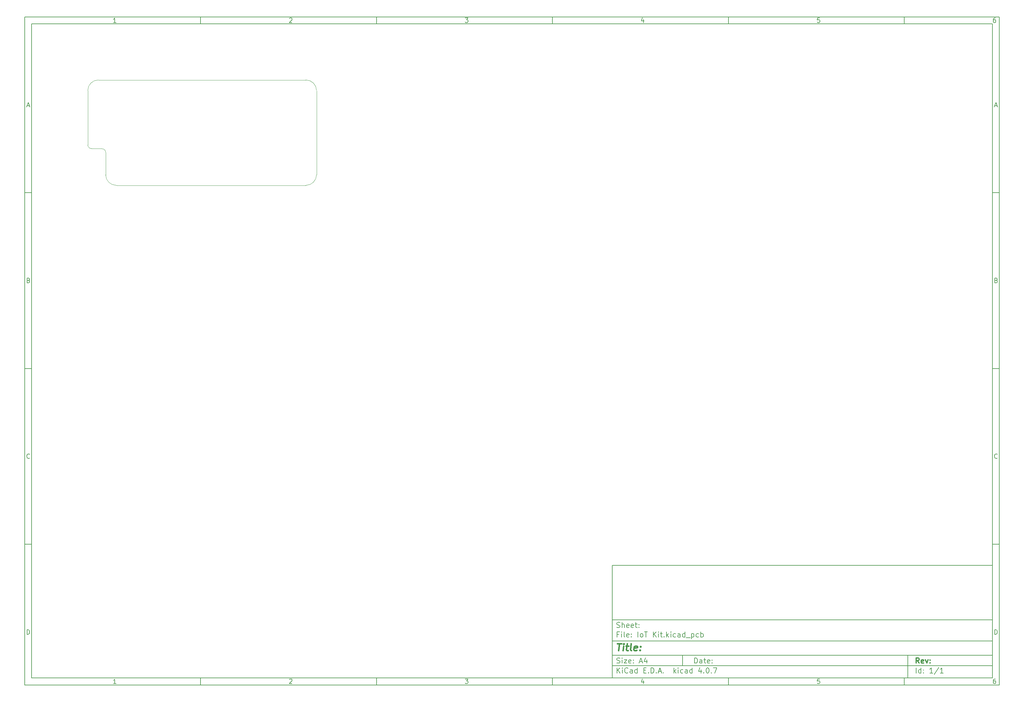
<source format=gbr>
G04 #@! TF.FileFunction,Glue,Bot*
%FSLAX46Y46*%
G04 Gerber Fmt 4.6, Leading zero omitted, Abs format (unit mm)*
G04 Created by KiCad (PCBNEW 4.0.7) date Thursday 07 December 2017 'o51' 11:51:57*
%MOMM*%
%LPD*%
G01*
G04 APERTURE LIST*
%ADD10C,0.100000*%
%ADD11C,0.150000*%
%ADD12C,0.300000*%
%ADD13C,0.400000*%
G04 APERTURE END LIST*
D10*
D11*
X177002200Y-166007200D02*
X177002200Y-198007200D01*
X285002200Y-198007200D01*
X285002200Y-166007200D01*
X177002200Y-166007200D01*
D10*
D11*
X10000000Y-10000000D02*
X10000000Y-200007200D01*
X287002200Y-200007200D01*
X287002200Y-10000000D01*
X10000000Y-10000000D01*
D10*
D11*
X12000000Y-12000000D02*
X12000000Y-198007200D01*
X285002200Y-198007200D01*
X285002200Y-12000000D01*
X12000000Y-12000000D01*
D10*
D11*
X60000000Y-12000000D02*
X60000000Y-10000000D01*
D10*
D11*
X110000000Y-12000000D02*
X110000000Y-10000000D01*
D10*
D11*
X160000000Y-12000000D02*
X160000000Y-10000000D01*
D10*
D11*
X210000000Y-12000000D02*
X210000000Y-10000000D01*
D10*
D11*
X260000000Y-12000000D02*
X260000000Y-10000000D01*
D10*
D11*
X35990476Y-11588095D02*
X35247619Y-11588095D01*
X35619048Y-11588095D02*
X35619048Y-10288095D01*
X35495238Y-10473810D01*
X35371429Y-10597619D01*
X35247619Y-10659524D01*
D10*
D11*
X85247619Y-10411905D02*
X85309524Y-10350000D01*
X85433333Y-10288095D01*
X85742857Y-10288095D01*
X85866667Y-10350000D01*
X85928571Y-10411905D01*
X85990476Y-10535714D01*
X85990476Y-10659524D01*
X85928571Y-10845238D01*
X85185714Y-11588095D01*
X85990476Y-11588095D01*
D10*
D11*
X135185714Y-10288095D02*
X135990476Y-10288095D01*
X135557143Y-10783333D01*
X135742857Y-10783333D01*
X135866667Y-10845238D01*
X135928571Y-10907143D01*
X135990476Y-11030952D01*
X135990476Y-11340476D01*
X135928571Y-11464286D01*
X135866667Y-11526190D01*
X135742857Y-11588095D01*
X135371429Y-11588095D01*
X135247619Y-11526190D01*
X135185714Y-11464286D01*
D10*
D11*
X185866667Y-10721429D02*
X185866667Y-11588095D01*
X185557143Y-10226190D02*
X185247619Y-11154762D01*
X186052381Y-11154762D01*
D10*
D11*
X235928571Y-10288095D02*
X235309524Y-10288095D01*
X235247619Y-10907143D01*
X235309524Y-10845238D01*
X235433333Y-10783333D01*
X235742857Y-10783333D01*
X235866667Y-10845238D01*
X235928571Y-10907143D01*
X235990476Y-11030952D01*
X235990476Y-11340476D01*
X235928571Y-11464286D01*
X235866667Y-11526190D01*
X235742857Y-11588095D01*
X235433333Y-11588095D01*
X235309524Y-11526190D01*
X235247619Y-11464286D01*
D10*
D11*
X285866667Y-10288095D02*
X285619048Y-10288095D01*
X285495238Y-10350000D01*
X285433333Y-10411905D01*
X285309524Y-10597619D01*
X285247619Y-10845238D01*
X285247619Y-11340476D01*
X285309524Y-11464286D01*
X285371429Y-11526190D01*
X285495238Y-11588095D01*
X285742857Y-11588095D01*
X285866667Y-11526190D01*
X285928571Y-11464286D01*
X285990476Y-11340476D01*
X285990476Y-11030952D01*
X285928571Y-10907143D01*
X285866667Y-10845238D01*
X285742857Y-10783333D01*
X285495238Y-10783333D01*
X285371429Y-10845238D01*
X285309524Y-10907143D01*
X285247619Y-11030952D01*
D10*
D11*
X60000000Y-198007200D02*
X60000000Y-200007200D01*
D10*
D11*
X110000000Y-198007200D02*
X110000000Y-200007200D01*
D10*
D11*
X160000000Y-198007200D02*
X160000000Y-200007200D01*
D10*
D11*
X210000000Y-198007200D02*
X210000000Y-200007200D01*
D10*
D11*
X260000000Y-198007200D02*
X260000000Y-200007200D01*
D10*
D11*
X35990476Y-199595295D02*
X35247619Y-199595295D01*
X35619048Y-199595295D02*
X35619048Y-198295295D01*
X35495238Y-198481010D01*
X35371429Y-198604819D01*
X35247619Y-198666724D01*
D10*
D11*
X85247619Y-198419105D02*
X85309524Y-198357200D01*
X85433333Y-198295295D01*
X85742857Y-198295295D01*
X85866667Y-198357200D01*
X85928571Y-198419105D01*
X85990476Y-198542914D01*
X85990476Y-198666724D01*
X85928571Y-198852438D01*
X85185714Y-199595295D01*
X85990476Y-199595295D01*
D10*
D11*
X135185714Y-198295295D02*
X135990476Y-198295295D01*
X135557143Y-198790533D01*
X135742857Y-198790533D01*
X135866667Y-198852438D01*
X135928571Y-198914343D01*
X135990476Y-199038152D01*
X135990476Y-199347676D01*
X135928571Y-199471486D01*
X135866667Y-199533390D01*
X135742857Y-199595295D01*
X135371429Y-199595295D01*
X135247619Y-199533390D01*
X135185714Y-199471486D01*
D10*
D11*
X185866667Y-198728629D02*
X185866667Y-199595295D01*
X185557143Y-198233390D02*
X185247619Y-199161962D01*
X186052381Y-199161962D01*
D10*
D11*
X235928571Y-198295295D02*
X235309524Y-198295295D01*
X235247619Y-198914343D01*
X235309524Y-198852438D01*
X235433333Y-198790533D01*
X235742857Y-198790533D01*
X235866667Y-198852438D01*
X235928571Y-198914343D01*
X235990476Y-199038152D01*
X235990476Y-199347676D01*
X235928571Y-199471486D01*
X235866667Y-199533390D01*
X235742857Y-199595295D01*
X235433333Y-199595295D01*
X235309524Y-199533390D01*
X235247619Y-199471486D01*
D10*
D11*
X285866667Y-198295295D02*
X285619048Y-198295295D01*
X285495238Y-198357200D01*
X285433333Y-198419105D01*
X285309524Y-198604819D01*
X285247619Y-198852438D01*
X285247619Y-199347676D01*
X285309524Y-199471486D01*
X285371429Y-199533390D01*
X285495238Y-199595295D01*
X285742857Y-199595295D01*
X285866667Y-199533390D01*
X285928571Y-199471486D01*
X285990476Y-199347676D01*
X285990476Y-199038152D01*
X285928571Y-198914343D01*
X285866667Y-198852438D01*
X285742857Y-198790533D01*
X285495238Y-198790533D01*
X285371429Y-198852438D01*
X285309524Y-198914343D01*
X285247619Y-199038152D01*
D10*
D11*
X10000000Y-60000000D02*
X12000000Y-60000000D01*
D10*
D11*
X10000000Y-110000000D02*
X12000000Y-110000000D01*
D10*
D11*
X10000000Y-160000000D02*
X12000000Y-160000000D01*
D10*
D11*
X10690476Y-35216667D02*
X11309524Y-35216667D01*
X10566667Y-35588095D02*
X11000000Y-34288095D01*
X11433333Y-35588095D01*
D10*
D11*
X11092857Y-84907143D02*
X11278571Y-84969048D01*
X11340476Y-85030952D01*
X11402381Y-85154762D01*
X11402381Y-85340476D01*
X11340476Y-85464286D01*
X11278571Y-85526190D01*
X11154762Y-85588095D01*
X10659524Y-85588095D01*
X10659524Y-84288095D01*
X11092857Y-84288095D01*
X11216667Y-84350000D01*
X11278571Y-84411905D01*
X11340476Y-84535714D01*
X11340476Y-84659524D01*
X11278571Y-84783333D01*
X11216667Y-84845238D01*
X11092857Y-84907143D01*
X10659524Y-84907143D01*
D10*
D11*
X11402381Y-135464286D02*
X11340476Y-135526190D01*
X11154762Y-135588095D01*
X11030952Y-135588095D01*
X10845238Y-135526190D01*
X10721429Y-135402381D01*
X10659524Y-135278571D01*
X10597619Y-135030952D01*
X10597619Y-134845238D01*
X10659524Y-134597619D01*
X10721429Y-134473810D01*
X10845238Y-134350000D01*
X11030952Y-134288095D01*
X11154762Y-134288095D01*
X11340476Y-134350000D01*
X11402381Y-134411905D01*
D10*
D11*
X10659524Y-185588095D02*
X10659524Y-184288095D01*
X10969048Y-184288095D01*
X11154762Y-184350000D01*
X11278571Y-184473810D01*
X11340476Y-184597619D01*
X11402381Y-184845238D01*
X11402381Y-185030952D01*
X11340476Y-185278571D01*
X11278571Y-185402381D01*
X11154762Y-185526190D01*
X10969048Y-185588095D01*
X10659524Y-185588095D01*
D10*
D11*
X287002200Y-60000000D02*
X285002200Y-60000000D01*
D10*
D11*
X287002200Y-110000000D02*
X285002200Y-110000000D01*
D10*
D11*
X287002200Y-160000000D02*
X285002200Y-160000000D01*
D10*
D11*
X285692676Y-35216667D02*
X286311724Y-35216667D01*
X285568867Y-35588095D02*
X286002200Y-34288095D01*
X286435533Y-35588095D01*
D10*
D11*
X286095057Y-84907143D02*
X286280771Y-84969048D01*
X286342676Y-85030952D01*
X286404581Y-85154762D01*
X286404581Y-85340476D01*
X286342676Y-85464286D01*
X286280771Y-85526190D01*
X286156962Y-85588095D01*
X285661724Y-85588095D01*
X285661724Y-84288095D01*
X286095057Y-84288095D01*
X286218867Y-84350000D01*
X286280771Y-84411905D01*
X286342676Y-84535714D01*
X286342676Y-84659524D01*
X286280771Y-84783333D01*
X286218867Y-84845238D01*
X286095057Y-84907143D01*
X285661724Y-84907143D01*
D10*
D11*
X286404581Y-135464286D02*
X286342676Y-135526190D01*
X286156962Y-135588095D01*
X286033152Y-135588095D01*
X285847438Y-135526190D01*
X285723629Y-135402381D01*
X285661724Y-135278571D01*
X285599819Y-135030952D01*
X285599819Y-134845238D01*
X285661724Y-134597619D01*
X285723629Y-134473810D01*
X285847438Y-134350000D01*
X286033152Y-134288095D01*
X286156962Y-134288095D01*
X286342676Y-134350000D01*
X286404581Y-134411905D01*
D10*
D11*
X285661724Y-185588095D02*
X285661724Y-184288095D01*
X285971248Y-184288095D01*
X286156962Y-184350000D01*
X286280771Y-184473810D01*
X286342676Y-184597619D01*
X286404581Y-184845238D01*
X286404581Y-185030952D01*
X286342676Y-185278571D01*
X286280771Y-185402381D01*
X286156962Y-185526190D01*
X285971248Y-185588095D01*
X285661724Y-185588095D01*
D10*
D11*
X200359343Y-193785771D02*
X200359343Y-192285771D01*
X200716486Y-192285771D01*
X200930771Y-192357200D01*
X201073629Y-192500057D01*
X201145057Y-192642914D01*
X201216486Y-192928629D01*
X201216486Y-193142914D01*
X201145057Y-193428629D01*
X201073629Y-193571486D01*
X200930771Y-193714343D01*
X200716486Y-193785771D01*
X200359343Y-193785771D01*
X202502200Y-193785771D02*
X202502200Y-193000057D01*
X202430771Y-192857200D01*
X202287914Y-192785771D01*
X202002200Y-192785771D01*
X201859343Y-192857200D01*
X202502200Y-193714343D02*
X202359343Y-193785771D01*
X202002200Y-193785771D01*
X201859343Y-193714343D01*
X201787914Y-193571486D01*
X201787914Y-193428629D01*
X201859343Y-193285771D01*
X202002200Y-193214343D01*
X202359343Y-193214343D01*
X202502200Y-193142914D01*
X203002200Y-192785771D02*
X203573629Y-192785771D01*
X203216486Y-192285771D02*
X203216486Y-193571486D01*
X203287914Y-193714343D01*
X203430772Y-193785771D01*
X203573629Y-193785771D01*
X204645057Y-193714343D02*
X204502200Y-193785771D01*
X204216486Y-193785771D01*
X204073629Y-193714343D01*
X204002200Y-193571486D01*
X204002200Y-193000057D01*
X204073629Y-192857200D01*
X204216486Y-192785771D01*
X204502200Y-192785771D01*
X204645057Y-192857200D01*
X204716486Y-193000057D01*
X204716486Y-193142914D01*
X204002200Y-193285771D01*
X205359343Y-193642914D02*
X205430771Y-193714343D01*
X205359343Y-193785771D01*
X205287914Y-193714343D01*
X205359343Y-193642914D01*
X205359343Y-193785771D01*
X205359343Y-192857200D02*
X205430771Y-192928629D01*
X205359343Y-193000057D01*
X205287914Y-192928629D01*
X205359343Y-192857200D01*
X205359343Y-193000057D01*
D10*
D11*
X177002200Y-194507200D02*
X285002200Y-194507200D01*
D10*
D11*
X178359343Y-196585771D02*
X178359343Y-195085771D01*
X179216486Y-196585771D02*
X178573629Y-195728629D01*
X179216486Y-195085771D02*
X178359343Y-195942914D01*
X179859343Y-196585771D02*
X179859343Y-195585771D01*
X179859343Y-195085771D02*
X179787914Y-195157200D01*
X179859343Y-195228629D01*
X179930771Y-195157200D01*
X179859343Y-195085771D01*
X179859343Y-195228629D01*
X181430772Y-196442914D02*
X181359343Y-196514343D01*
X181145057Y-196585771D01*
X181002200Y-196585771D01*
X180787915Y-196514343D01*
X180645057Y-196371486D01*
X180573629Y-196228629D01*
X180502200Y-195942914D01*
X180502200Y-195728629D01*
X180573629Y-195442914D01*
X180645057Y-195300057D01*
X180787915Y-195157200D01*
X181002200Y-195085771D01*
X181145057Y-195085771D01*
X181359343Y-195157200D01*
X181430772Y-195228629D01*
X182716486Y-196585771D02*
X182716486Y-195800057D01*
X182645057Y-195657200D01*
X182502200Y-195585771D01*
X182216486Y-195585771D01*
X182073629Y-195657200D01*
X182716486Y-196514343D02*
X182573629Y-196585771D01*
X182216486Y-196585771D01*
X182073629Y-196514343D01*
X182002200Y-196371486D01*
X182002200Y-196228629D01*
X182073629Y-196085771D01*
X182216486Y-196014343D01*
X182573629Y-196014343D01*
X182716486Y-195942914D01*
X184073629Y-196585771D02*
X184073629Y-195085771D01*
X184073629Y-196514343D02*
X183930772Y-196585771D01*
X183645058Y-196585771D01*
X183502200Y-196514343D01*
X183430772Y-196442914D01*
X183359343Y-196300057D01*
X183359343Y-195871486D01*
X183430772Y-195728629D01*
X183502200Y-195657200D01*
X183645058Y-195585771D01*
X183930772Y-195585771D01*
X184073629Y-195657200D01*
X185930772Y-195800057D02*
X186430772Y-195800057D01*
X186645058Y-196585771D02*
X185930772Y-196585771D01*
X185930772Y-195085771D01*
X186645058Y-195085771D01*
X187287915Y-196442914D02*
X187359343Y-196514343D01*
X187287915Y-196585771D01*
X187216486Y-196514343D01*
X187287915Y-196442914D01*
X187287915Y-196585771D01*
X188002201Y-196585771D02*
X188002201Y-195085771D01*
X188359344Y-195085771D01*
X188573629Y-195157200D01*
X188716487Y-195300057D01*
X188787915Y-195442914D01*
X188859344Y-195728629D01*
X188859344Y-195942914D01*
X188787915Y-196228629D01*
X188716487Y-196371486D01*
X188573629Y-196514343D01*
X188359344Y-196585771D01*
X188002201Y-196585771D01*
X189502201Y-196442914D02*
X189573629Y-196514343D01*
X189502201Y-196585771D01*
X189430772Y-196514343D01*
X189502201Y-196442914D01*
X189502201Y-196585771D01*
X190145058Y-196157200D02*
X190859344Y-196157200D01*
X190002201Y-196585771D02*
X190502201Y-195085771D01*
X191002201Y-196585771D01*
X191502201Y-196442914D02*
X191573629Y-196514343D01*
X191502201Y-196585771D01*
X191430772Y-196514343D01*
X191502201Y-196442914D01*
X191502201Y-196585771D01*
X194502201Y-196585771D02*
X194502201Y-195085771D01*
X194645058Y-196014343D02*
X195073629Y-196585771D01*
X195073629Y-195585771D02*
X194502201Y-196157200D01*
X195716487Y-196585771D02*
X195716487Y-195585771D01*
X195716487Y-195085771D02*
X195645058Y-195157200D01*
X195716487Y-195228629D01*
X195787915Y-195157200D01*
X195716487Y-195085771D01*
X195716487Y-195228629D01*
X197073630Y-196514343D02*
X196930773Y-196585771D01*
X196645059Y-196585771D01*
X196502201Y-196514343D01*
X196430773Y-196442914D01*
X196359344Y-196300057D01*
X196359344Y-195871486D01*
X196430773Y-195728629D01*
X196502201Y-195657200D01*
X196645059Y-195585771D01*
X196930773Y-195585771D01*
X197073630Y-195657200D01*
X198359344Y-196585771D02*
X198359344Y-195800057D01*
X198287915Y-195657200D01*
X198145058Y-195585771D01*
X197859344Y-195585771D01*
X197716487Y-195657200D01*
X198359344Y-196514343D02*
X198216487Y-196585771D01*
X197859344Y-196585771D01*
X197716487Y-196514343D01*
X197645058Y-196371486D01*
X197645058Y-196228629D01*
X197716487Y-196085771D01*
X197859344Y-196014343D01*
X198216487Y-196014343D01*
X198359344Y-195942914D01*
X199716487Y-196585771D02*
X199716487Y-195085771D01*
X199716487Y-196514343D02*
X199573630Y-196585771D01*
X199287916Y-196585771D01*
X199145058Y-196514343D01*
X199073630Y-196442914D01*
X199002201Y-196300057D01*
X199002201Y-195871486D01*
X199073630Y-195728629D01*
X199145058Y-195657200D01*
X199287916Y-195585771D01*
X199573630Y-195585771D01*
X199716487Y-195657200D01*
X202216487Y-195585771D02*
X202216487Y-196585771D01*
X201859344Y-195014343D02*
X201502201Y-196085771D01*
X202430773Y-196085771D01*
X203002201Y-196442914D02*
X203073629Y-196514343D01*
X203002201Y-196585771D01*
X202930772Y-196514343D01*
X203002201Y-196442914D01*
X203002201Y-196585771D01*
X204002201Y-195085771D02*
X204145058Y-195085771D01*
X204287915Y-195157200D01*
X204359344Y-195228629D01*
X204430773Y-195371486D01*
X204502201Y-195657200D01*
X204502201Y-196014343D01*
X204430773Y-196300057D01*
X204359344Y-196442914D01*
X204287915Y-196514343D01*
X204145058Y-196585771D01*
X204002201Y-196585771D01*
X203859344Y-196514343D01*
X203787915Y-196442914D01*
X203716487Y-196300057D01*
X203645058Y-196014343D01*
X203645058Y-195657200D01*
X203716487Y-195371486D01*
X203787915Y-195228629D01*
X203859344Y-195157200D01*
X204002201Y-195085771D01*
X205145058Y-196442914D02*
X205216486Y-196514343D01*
X205145058Y-196585771D01*
X205073629Y-196514343D01*
X205145058Y-196442914D01*
X205145058Y-196585771D01*
X205716487Y-195085771D02*
X206716487Y-195085771D01*
X206073630Y-196585771D01*
D10*
D11*
X177002200Y-191507200D02*
X285002200Y-191507200D01*
D10*
D12*
X264216486Y-193785771D02*
X263716486Y-193071486D01*
X263359343Y-193785771D02*
X263359343Y-192285771D01*
X263930771Y-192285771D01*
X264073629Y-192357200D01*
X264145057Y-192428629D01*
X264216486Y-192571486D01*
X264216486Y-192785771D01*
X264145057Y-192928629D01*
X264073629Y-193000057D01*
X263930771Y-193071486D01*
X263359343Y-193071486D01*
X265430771Y-193714343D02*
X265287914Y-193785771D01*
X265002200Y-193785771D01*
X264859343Y-193714343D01*
X264787914Y-193571486D01*
X264787914Y-193000057D01*
X264859343Y-192857200D01*
X265002200Y-192785771D01*
X265287914Y-192785771D01*
X265430771Y-192857200D01*
X265502200Y-193000057D01*
X265502200Y-193142914D01*
X264787914Y-193285771D01*
X266002200Y-192785771D02*
X266359343Y-193785771D01*
X266716485Y-192785771D01*
X267287914Y-193642914D02*
X267359342Y-193714343D01*
X267287914Y-193785771D01*
X267216485Y-193714343D01*
X267287914Y-193642914D01*
X267287914Y-193785771D01*
X267287914Y-192857200D02*
X267359342Y-192928629D01*
X267287914Y-193000057D01*
X267216485Y-192928629D01*
X267287914Y-192857200D01*
X267287914Y-193000057D01*
D10*
D11*
X178287914Y-193714343D02*
X178502200Y-193785771D01*
X178859343Y-193785771D01*
X179002200Y-193714343D01*
X179073629Y-193642914D01*
X179145057Y-193500057D01*
X179145057Y-193357200D01*
X179073629Y-193214343D01*
X179002200Y-193142914D01*
X178859343Y-193071486D01*
X178573629Y-193000057D01*
X178430771Y-192928629D01*
X178359343Y-192857200D01*
X178287914Y-192714343D01*
X178287914Y-192571486D01*
X178359343Y-192428629D01*
X178430771Y-192357200D01*
X178573629Y-192285771D01*
X178930771Y-192285771D01*
X179145057Y-192357200D01*
X179787914Y-193785771D02*
X179787914Y-192785771D01*
X179787914Y-192285771D02*
X179716485Y-192357200D01*
X179787914Y-192428629D01*
X179859342Y-192357200D01*
X179787914Y-192285771D01*
X179787914Y-192428629D01*
X180359343Y-192785771D02*
X181145057Y-192785771D01*
X180359343Y-193785771D01*
X181145057Y-193785771D01*
X182287914Y-193714343D02*
X182145057Y-193785771D01*
X181859343Y-193785771D01*
X181716486Y-193714343D01*
X181645057Y-193571486D01*
X181645057Y-193000057D01*
X181716486Y-192857200D01*
X181859343Y-192785771D01*
X182145057Y-192785771D01*
X182287914Y-192857200D01*
X182359343Y-193000057D01*
X182359343Y-193142914D01*
X181645057Y-193285771D01*
X183002200Y-193642914D02*
X183073628Y-193714343D01*
X183002200Y-193785771D01*
X182930771Y-193714343D01*
X183002200Y-193642914D01*
X183002200Y-193785771D01*
X183002200Y-192857200D02*
X183073628Y-192928629D01*
X183002200Y-193000057D01*
X182930771Y-192928629D01*
X183002200Y-192857200D01*
X183002200Y-193000057D01*
X184787914Y-193357200D02*
X185502200Y-193357200D01*
X184645057Y-193785771D02*
X185145057Y-192285771D01*
X185645057Y-193785771D01*
X186787914Y-192785771D02*
X186787914Y-193785771D01*
X186430771Y-192214343D02*
X186073628Y-193285771D01*
X187002200Y-193285771D01*
D10*
D11*
X263359343Y-196585771D02*
X263359343Y-195085771D01*
X264716486Y-196585771D02*
X264716486Y-195085771D01*
X264716486Y-196514343D02*
X264573629Y-196585771D01*
X264287915Y-196585771D01*
X264145057Y-196514343D01*
X264073629Y-196442914D01*
X264002200Y-196300057D01*
X264002200Y-195871486D01*
X264073629Y-195728629D01*
X264145057Y-195657200D01*
X264287915Y-195585771D01*
X264573629Y-195585771D01*
X264716486Y-195657200D01*
X265430772Y-196442914D02*
X265502200Y-196514343D01*
X265430772Y-196585771D01*
X265359343Y-196514343D01*
X265430772Y-196442914D01*
X265430772Y-196585771D01*
X265430772Y-195657200D02*
X265502200Y-195728629D01*
X265430772Y-195800057D01*
X265359343Y-195728629D01*
X265430772Y-195657200D01*
X265430772Y-195800057D01*
X268073629Y-196585771D02*
X267216486Y-196585771D01*
X267645058Y-196585771D02*
X267645058Y-195085771D01*
X267502201Y-195300057D01*
X267359343Y-195442914D01*
X267216486Y-195514343D01*
X269787914Y-195014343D02*
X268502200Y-196942914D01*
X271073629Y-196585771D02*
X270216486Y-196585771D01*
X270645058Y-196585771D02*
X270645058Y-195085771D01*
X270502201Y-195300057D01*
X270359343Y-195442914D01*
X270216486Y-195514343D01*
D10*
D11*
X177002200Y-187507200D02*
X285002200Y-187507200D01*
D10*
D13*
X178454581Y-188211962D02*
X179597438Y-188211962D01*
X178776010Y-190211962D02*
X179026010Y-188211962D01*
X180014105Y-190211962D02*
X180180771Y-188878629D01*
X180264105Y-188211962D02*
X180156962Y-188307200D01*
X180240295Y-188402438D01*
X180347439Y-188307200D01*
X180264105Y-188211962D01*
X180240295Y-188402438D01*
X180847438Y-188878629D02*
X181609343Y-188878629D01*
X181216486Y-188211962D02*
X181002200Y-189926248D01*
X181073630Y-190116724D01*
X181252201Y-190211962D01*
X181442677Y-190211962D01*
X182395058Y-190211962D02*
X182216487Y-190116724D01*
X182145057Y-189926248D01*
X182359343Y-188211962D01*
X183930772Y-190116724D02*
X183728391Y-190211962D01*
X183347439Y-190211962D01*
X183168867Y-190116724D01*
X183097438Y-189926248D01*
X183192676Y-189164343D01*
X183311724Y-188973867D01*
X183514105Y-188878629D01*
X183895057Y-188878629D01*
X184073629Y-188973867D01*
X184145057Y-189164343D01*
X184121248Y-189354819D01*
X183145057Y-189545295D01*
X184895057Y-190021486D02*
X184978392Y-190116724D01*
X184871248Y-190211962D01*
X184787915Y-190116724D01*
X184895057Y-190021486D01*
X184871248Y-190211962D01*
X185026010Y-188973867D02*
X185109344Y-189069105D01*
X185002200Y-189164343D01*
X184918867Y-189069105D01*
X185026010Y-188973867D01*
X185002200Y-189164343D01*
D10*
D11*
X178859343Y-185600057D02*
X178359343Y-185600057D01*
X178359343Y-186385771D02*
X178359343Y-184885771D01*
X179073629Y-184885771D01*
X179645057Y-186385771D02*
X179645057Y-185385771D01*
X179645057Y-184885771D02*
X179573628Y-184957200D01*
X179645057Y-185028629D01*
X179716485Y-184957200D01*
X179645057Y-184885771D01*
X179645057Y-185028629D01*
X180573629Y-186385771D02*
X180430771Y-186314343D01*
X180359343Y-186171486D01*
X180359343Y-184885771D01*
X181716485Y-186314343D02*
X181573628Y-186385771D01*
X181287914Y-186385771D01*
X181145057Y-186314343D01*
X181073628Y-186171486D01*
X181073628Y-185600057D01*
X181145057Y-185457200D01*
X181287914Y-185385771D01*
X181573628Y-185385771D01*
X181716485Y-185457200D01*
X181787914Y-185600057D01*
X181787914Y-185742914D01*
X181073628Y-185885771D01*
X182430771Y-186242914D02*
X182502199Y-186314343D01*
X182430771Y-186385771D01*
X182359342Y-186314343D01*
X182430771Y-186242914D01*
X182430771Y-186385771D01*
X182430771Y-185457200D02*
X182502199Y-185528629D01*
X182430771Y-185600057D01*
X182359342Y-185528629D01*
X182430771Y-185457200D01*
X182430771Y-185600057D01*
X184287914Y-186385771D02*
X184287914Y-184885771D01*
X185216486Y-186385771D02*
X185073628Y-186314343D01*
X185002200Y-186242914D01*
X184930771Y-186100057D01*
X184930771Y-185671486D01*
X185002200Y-185528629D01*
X185073628Y-185457200D01*
X185216486Y-185385771D01*
X185430771Y-185385771D01*
X185573628Y-185457200D01*
X185645057Y-185528629D01*
X185716486Y-185671486D01*
X185716486Y-186100057D01*
X185645057Y-186242914D01*
X185573628Y-186314343D01*
X185430771Y-186385771D01*
X185216486Y-186385771D01*
X186145057Y-184885771D02*
X187002200Y-184885771D01*
X186573629Y-186385771D02*
X186573629Y-184885771D01*
X188645057Y-186385771D02*
X188645057Y-184885771D01*
X189502200Y-186385771D02*
X188859343Y-185528629D01*
X189502200Y-184885771D02*
X188645057Y-185742914D01*
X190145057Y-186385771D02*
X190145057Y-185385771D01*
X190145057Y-184885771D02*
X190073628Y-184957200D01*
X190145057Y-185028629D01*
X190216485Y-184957200D01*
X190145057Y-184885771D01*
X190145057Y-185028629D01*
X190645057Y-185385771D02*
X191216486Y-185385771D01*
X190859343Y-184885771D02*
X190859343Y-186171486D01*
X190930771Y-186314343D01*
X191073629Y-186385771D01*
X191216486Y-186385771D01*
X191716486Y-186242914D02*
X191787914Y-186314343D01*
X191716486Y-186385771D01*
X191645057Y-186314343D01*
X191716486Y-186242914D01*
X191716486Y-186385771D01*
X192430772Y-186385771D02*
X192430772Y-184885771D01*
X192573629Y-185814343D02*
X193002200Y-186385771D01*
X193002200Y-185385771D02*
X192430772Y-185957200D01*
X193645058Y-186385771D02*
X193645058Y-185385771D01*
X193645058Y-184885771D02*
X193573629Y-184957200D01*
X193645058Y-185028629D01*
X193716486Y-184957200D01*
X193645058Y-184885771D01*
X193645058Y-185028629D01*
X195002201Y-186314343D02*
X194859344Y-186385771D01*
X194573630Y-186385771D01*
X194430772Y-186314343D01*
X194359344Y-186242914D01*
X194287915Y-186100057D01*
X194287915Y-185671486D01*
X194359344Y-185528629D01*
X194430772Y-185457200D01*
X194573630Y-185385771D01*
X194859344Y-185385771D01*
X195002201Y-185457200D01*
X196287915Y-186385771D02*
X196287915Y-185600057D01*
X196216486Y-185457200D01*
X196073629Y-185385771D01*
X195787915Y-185385771D01*
X195645058Y-185457200D01*
X196287915Y-186314343D02*
X196145058Y-186385771D01*
X195787915Y-186385771D01*
X195645058Y-186314343D01*
X195573629Y-186171486D01*
X195573629Y-186028629D01*
X195645058Y-185885771D01*
X195787915Y-185814343D01*
X196145058Y-185814343D01*
X196287915Y-185742914D01*
X197645058Y-186385771D02*
X197645058Y-184885771D01*
X197645058Y-186314343D02*
X197502201Y-186385771D01*
X197216487Y-186385771D01*
X197073629Y-186314343D01*
X197002201Y-186242914D01*
X196930772Y-186100057D01*
X196930772Y-185671486D01*
X197002201Y-185528629D01*
X197073629Y-185457200D01*
X197216487Y-185385771D01*
X197502201Y-185385771D01*
X197645058Y-185457200D01*
X198002201Y-186528629D02*
X199145058Y-186528629D01*
X199502201Y-185385771D02*
X199502201Y-186885771D01*
X199502201Y-185457200D02*
X199645058Y-185385771D01*
X199930772Y-185385771D01*
X200073629Y-185457200D01*
X200145058Y-185528629D01*
X200216487Y-185671486D01*
X200216487Y-186100057D01*
X200145058Y-186242914D01*
X200073629Y-186314343D01*
X199930772Y-186385771D01*
X199645058Y-186385771D01*
X199502201Y-186314343D01*
X201502201Y-186314343D02*
X201359344Y-186385771D01*
X201073630Y-186385771D01*
X200930772Y-186314343D01*
X200859344Y-186242914D01*
X200787915Y-186100057D01*
X200787915Y-185671486D01*
X200859344Y-185528629D01*
X200930772Y-185457200D01*
X201073630Y-185385771D01*
X201359344Y-185385771D01*
X201502201Y-185457200D01*
X202145058Y-186385771D02*
X202145058Y-184885771D01*
X202145058Y-185457200D02*
X202287915Y-185385771D01*
X202573629Y-185385771D01*
X202716486Y-185457200D01*
X202787915Y-185528629D01*
X202859344Y-185671486D01*
X202859344Y-186100057D01*
X202787915Y-186242914D01*
X202716486Y-186314343D01*
X202573629Y-186385771D01*
X202287915Y-186385771D01*
X202145058Y-186314343D01*
D10*
D11*
X177002200Y-181507200D02*
X285002200Y-181507200D01*
D10*
D11*
X178287914Y-183614343D02*
X178502200Y-183685771D01*
X178859343Y-183685771D01*
X179002200Y-183614343D01*
X179073629Y-183542914D01*
X179145057Y-183400057D01*
X179145057Y-183257200D01*
X179073629Y-183114343D01*
X179002200Y-183042914D01*
X178859343Y-182971486D01*
X178573629Y-182900057D01*
X178430771Y-182828629D01*
X178359343Y-182757200D01*
X178287914Y-182614343D01*
X178287914Y-182471486D01*
X178359343Y-182328629D01*
X178430771Y-182257200D01*
X178573629Y-182185771D01*
X178930771Y-182185771D01*
X179145057Y-182257200D01*
X179787914Y-183685771D02*
X179787914Y-182185771D01*
X180430771Y-183685771D02*
X180430771Y-182900057D01*
X180359342Y-182757200D01*
X180216485Y-182685771D01*
X180002200Y-182685771D01*
X179859342Y-182757200D01*
X179787914Y-182828629D01*
X181716485Y-183614343D02*
X181573628Y-183685771D01*
X181287914Y-183685771D01*
X181145057Y-183614343D01*
X181073628Y-183471486D01*
X181073628Y-182900057D01*
X181145057Y-182757200D01*
X181287914Y-182685771D01*
X181573628Y-182685771D01*
X181716485Y-182757200D01*
X181787914Y-182900057D01*
X181787914Y-183042914D01*
X181073628Y-183185771D01*
X183002199Y-183614343D02*
X182859342Y-183685771D01*
X182573628Y-183685771D01*
X182430771Y-183614343D01*
X182359342Y-183471486D01*
X182359342Y-182900057D01*
X182430771Y-182757200D01*
X182573628Y-182685771D01*
X182859342Y-182685771D01*
X183002199Y-182757200D01*
X183073628Y-182900057D01*
X183073628Y-183042914D01*
X182359342Y-183185771D01*
X183502199Y-182685771D02*
X184073628Y-182685771D01*
X183716485Y-182185771D02*
X183716485Y-183471486D01*
X183787913Y-183614343D01*
X183930771Y-183685771D01*
X184073628Y-183685771D01*
X184573628Y-183542914D02*
X184645056Y-183614343D01*
X184573628Y-183685771D01*
X184502199Y-183614343D01*
X184573628Y-183542914D01*
X184573628Y-183685771D01*
X184573628Y-182757200D02*
X184645056Y-182828629D01*
X184573628Y-182900057D01*
X184502199Y-182828629D01*
X184573628Y-182757200D01*
X184573628Y-182900057D01*
D10*
D11*
X197002200Y-191507200D02*
X197002200Y-194507200D01*
D10*
D11*
X261002200Y-191507200D02*
X261002200Y-198007200D01*
D10*
X92964000Y-30988000D02*
X92964000Y-54864000D01*
X92940000Y-30932000D02*
G75*
G03X89940000Y-27932000I-3000000J0D01*
G01*
X89940000Y-57897000D02*
G75*
G03X92940000Y-54897000I0J3000000D01*
G01*
X36068000Y-57912000D02*
X89916000Y-57912000D01*
X33020000Y-48514000D02*
G75*
G03X32004000Y-47498000I-1016000J0D01*
G01*
X33020000Y-54991000D02*
X33020000Y-48514000D01*
X27940000Y-30962600D02*
X27940000Y-46456600D01*
X30940000Y-27932000D02*
X89940000Y-27932000D01*
X30940000Y-27932000D02*
G75*
G03X27940000Y-30932000I0J-3000000D01*
G01*
X27940000Y-46432000D02*
G75*
G03X28940000Y-47432000I1000000J0D01*
G01*
X33020000Y-54897000D02*
G75*
G03X36020000Y-57897000I3000000J0D01*
G01*
X28940000Y-47432000D02*
X31940000Y-47432000D01*
M02*

</source>
